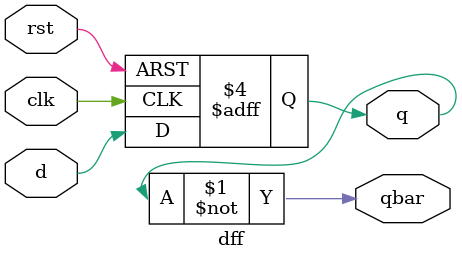
<source format=v>
module dff(d,clk,rst,q,qbar);
    input d,clk,rst;
    output reg q;
    output wire qbar;
    assign qbar = ~q;
    // Async reset
    always @ (negedge clk or negedge rst) begin
        if (!rst) q<=0;
        else    q<=d;
    end
endmodule
</source>
